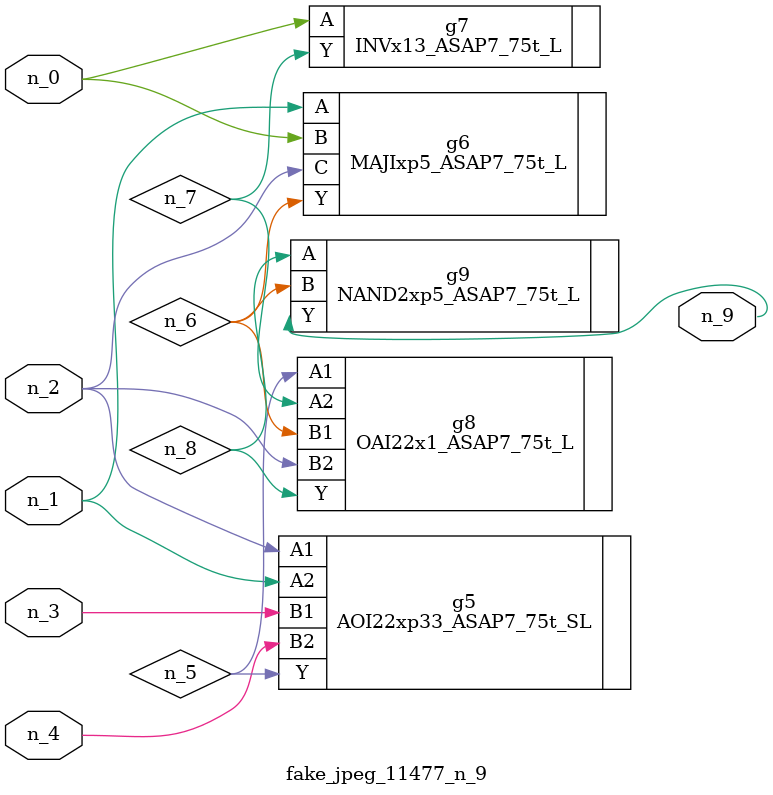
<source format=v>
module fake_jpeg_11477_n_9 (n_3, n_2, n_1, n_0, n_4, n_9);

input n_3;
input n_2;
input n_1;
input n_0;
input n_4;

output n_9;

wire n_8;
wire n_6;
wire n_5;
wire n_7;

AOI22xp33_ASAP7_75t_SL g5 ( 
.A1(n_2),
.A2(n_1),
.B1(n_3),
.B2(n_4),
.Y(n_5)
);

MAJIxp5_ASAP7_75t_L g6 ( 
.A(n_1),
.B(n_0),
.C(n_2),
.Y(n_6)
);

INVx13_ASAP7_75t_L g7 ( 
.A(n_0),
.Y(n_7)
);

OAI22x1_ASAP7_75t_L g8 ( 
.A1(n_5),
.A2(n_7),
.B1(n_6),
.B2(n_2),
.Y(n_8)
);

NAND2xp5_ASAP7_75t_L g9 ( 
.A(n_8),
.B(n_6),
.Y(n_9)
);


endmodule
</source>
